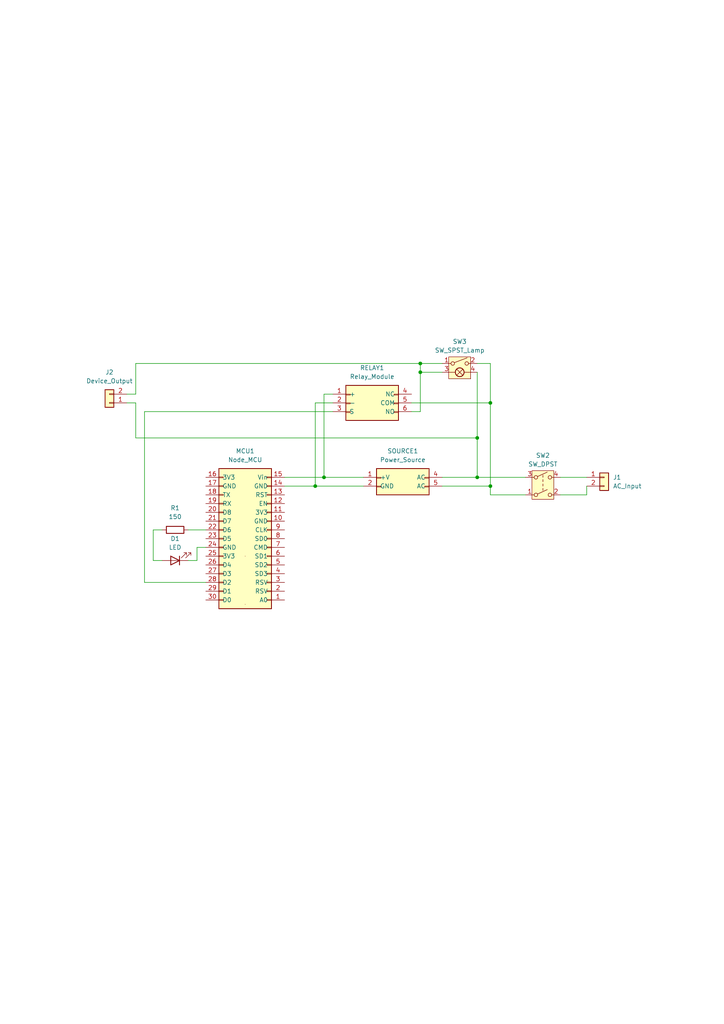
<source format=kicad_sch>
(kicad_sch (version 20230121) (generator eeschema)
  (paper "A4" portrait)
  (title_block (title "Configurable Timed Relay") (date "3/2025") (rev "V1"))
  (lib_symbols
    (symbol "Connector_Generic:Conn_01x02" (pin_names (offset 1.016) hide)
      (property "Reference" "J" (at 0 2.54 0))
      (property "Value" "Conn_01x02" (at 0 -5.08 0))
      (symbol "Conn_01x02_1_1"
        (rectangle (start -1.27 -2.413) (end 0 -2.667) (stroke (width 0.1524)))
        (rectangle (start -1.27 0.127) (end 0 -0.127) (stroke (width 0.1524)))
        (rectangle (start -1.27 1.27) (end 1.27 -3.81) (stroke (width 0.254)) (fill (type background)))
        (pin passive line (at -5.08 0 0) (length 3.81) (name "Pin_1") (number "1"))
        (pin passive line (at -5.08 -2.54 0) (length 3.81) (name "Pin_2") (number "2"))
      )
    )
    (symbol "Custom_Symbols:Node_MCU" (pin_names (offset 1.016))
      (property "Reference" "MCU" (at 0 22.86 0))
      (property "Value" "Node_MCU" (at 0 26.67 0))
      (symbol "Node_MCU_0_1"
        (rectangle (start -7.62 21.59) (end 7.62 -19.05) (stroke (width 0.254)) (fill (type background)))
        (rectangle (start 0 20.32) (end 0 20.32))
      )
      (symbol "Node_MCU_1_1"
        (rectangle (start -7.62 -16.383) (end -6.35 -16.637) (stroke (width 0.1524)))
        (rectangle (start -7.62 -13.843) (end -6.35 -14.097) (stroke (width 0.1524)))
        (rectangle (start -7.62 -11.303) (end -6.35 -11.557) (stroke (width 0.1524)))
        (rectangle (start -7.62 -8.763) (end -6.35 -9.017) (stroke (width 0.1524)))
        (rectangle (start -7.62 -6.223) (end -6.35 -6.477) (stroke (width 0.1524)))
        (rectangle (start -7.62 -3.683) (end -6.35 -3.937) (stroke (width 0.1524)))
        (rectangle (start -7.62 -1.143) (end -6.35 -1.397) (stroke (width 0.1524)))
        (rectangle (start -7.62 1.397) (end -6.35 1.143) (stroke (width 0.1524)))
        (rectangle (start -7.62 3.937) (end -6.35 3.683) (stroke (width 0.1524)))
        (rectangle (start -7.62 6.477) (end -6.35 6.223) (stroke (width 0.1524)))
        (rectangle (start -7.62 9.017) (end -6.35 8.763) (stroke (width 0.1524)))
        (rectangle (start -7.62 11.557) (end -6.35 11.303) (stroke (width 0.1524)))
        (rectangle (start -7.62 14.097) (end -6.35 13.843) (stroke (width 0.1524)))
        (rectangle (start -7.62 16.637) (end -6.35 16.383) (stroke (width 0.1524)))
        (rectangle (start -7.62 19.177) (end -6.35 18.923) (stroke (width 0.1524)))
        (rectangle (start 0 6.35) (end 0 6.35))
        (rectangle (start 7.62 -16.637) (end 6.35 -16.383) (stroke (width 0.1524)))
        (rectangle (start 7.62 -14.097) (end 6.35 -13.843) (stroke (width 0.1524)))
        (rectangle (start 7.62 -11.557) (end 6.35 -11.303) (stroke (width 0.1524)))
        (rectangle (start 7.62 -9.017) (end 6.35 -8.763) (stroke (width 0.1524)))
        (rectangle (start 7.62 -6.477) (end 6.35 -6.223) (stroke (width 0.1524)))
        (rectangle (start 7.62 -3.937) (end 6.35 -3.683) (stroke (width 0.1524)))
        (rectangle (start 7.62 -1.397) (end 6.35 -1.143) (stroke (width 0.1524)))
        (rectangle (start 7.62 1.143) (end 6.35 1.397) (stroke (width 0.1524)))
        (rectangle (start 7.62 3.683) (end 6.35 3.937) (stroke (width 0.1524)))
        (rectangle (start 7.62 6.223) (end 6.35 6.477) (stroke (width 0.1524)))
        (rectangle (start 7.62 8.763) (end 6.35 9.017) (stroke (width 0.1524)))
        (rectangle (start 7.62 11.303) (end 6.35 11.557) (stroke (width 0.1524)))
        (rectangle (start 7.62 13.843) (end 6.35 14.097) (stroke (width 0.1524)))
        (rectangle (start 7.62 16.383) (end 6.35 16.637) (stroke (width 0.1524)))
        (rectangle (start 7.62 18.923) (end 6.35 19.177) (stroke (width 0.1524)))
        (pin passive line (at -11.43 19.05 0) (length 3.81) (name "A0") (number "1"))
        (pin passive line (at -11.43 -3.81 0) (length 3.81) (name "GND") (number "10"))
        (pin passive line (at -11.43 -6.35 0) (length 3.81) (name "3V3") (number "11"))
        (pin passive line (at -11.43 -8.89 0) (length 3.81) (name "EN") (number "12"))
        (pin passive line (at -11.43 -11.43 0) (length 3.81) (name "RST") (number "13"))
        (pin passive line (at -11.43 -13.97 0) (length 3.81) (name "GND") (number "14"))
        (pin passive line (at -11.43 -16.51 0) (length 3.81) (name "Vin") (number "15"))
        (pin passive line (at 11.43 -16.51 180) (length 3.81) (name "3V3") (number "16"))
        (pin passive line (at 11.43 -13.97 180) (length 3.81) (name "GND") (number "17"))
        (pin passive line (at 11.43 -11.43 180) (length 3.81) (name "TX") (number "18"))
        (pin passive line (at 11.43 -8.89 180) (length 3.81) (name "RX") (number "19"))
        (pin passive line (at -11.43 16.51 0) (length 3.81) (name "RSV") (number "2"))
        (pin passive line (at 11.43 -6.35 180) (length 3.81) (name "D8") (number "20"))
        (pin passive line (at 11.43 -3.81 180) (length 3.81) (name "D7") (number "21"))
        (pin passive line (at 11.43 -1.27 180) (length 3.81) (name "D6") (number "22"))
        (pin passive line (at 11.43 1.27 180) (length 3.81) (name "D5") (number "23"))
        (pin passive line (at 11.43 3.81 180) (length 3.81) (name "GND") (number "24"))
        (pin passive line (at 11.43 6.35 180) (length 3.81) (name "3V3") (number "25"))
        (pin passive line (at 11.43 8.89 180) (length 3.81) (name "D4") (number "26"))
        (pin passive line (at 11.43 11.43 180) (length 3.81) (name "D3") (number "27"))
        (pin passive line (at 11.43 13.97 180) (length 3.81) (name "D2") (number "28"))
        (pin passive line (at 11.43 16.51 180) (length 3.81) (name "D1") (number "29"))
        (pin passive line (at -11.43 13.97 0) (length 3.81) (name "RSV") (number "3"))
        (pin passive line (at 11.43 19.05 180) (length 3.81) (name "D0") (number "30"))
        (pin passive line (at -11.43 11.43 0) (length 3.81) (name "SD3") (number "4"))
        (pin passive line (at -11.43 8.89 0) (length 3.81) (name "SD2") (number "5"))
        (pin passive line (at -11.43 6.35 0) (length 3.81) (name "SD1") (number "6"))
        (pin passive line (at -11.43 3.81 0) (length 3.81) (name "CMD") (number "7"))
        (pin passive line (at -11.43 1.27 0) (length 3.81) (name "SD0") (number "8"))
        (pin passive line (at -11.43 -1.27 0) (length 3.81) (name "CLK") (number "9"))
      )
    )
    (symbol "Custom_Symbols:Power_Source" (pin_names (offset 1.016))
      (property "Reference" "SOURCE" (at 0 7.62 0))
      (property "Value" "Power_Source" (at 0 11.43 0))
      (symbol "Power_Source_1_1"
        (rectangle (start -7.62 0) (end -6.35 -0.254) (stroke (width 0.1524)))
        (rectangle (start -7.62 2.54) (end -6.35 2.286) (stroke (width 0.1524)))
        (rectangle (start -7.62 5.08) (end 7.62 -2.54) (stroke (width 0.254)) (fill (type background)))
        (rectangle (start 6.35 0) (end 7.62 -0.254) (stroke (width 0.1524)))
        (rectangle (start 6.35 2.54) (end 7.62 2.286) (stroke (width 0.1524)))
        (pin power_out line (at -11.43 2.54 0) (length 3.81) (name "+V") (number "1"))
        (pin power_out line (at -11.43 0 0) (length 3.81) (name "GND") (number "2"))
        (pin power_in line (at 11.43 2.54 180) (length 3.81) (name "AC") (number "4"))
        (pin power_in line (at 11.43 0 180) (length 3.81) (name "AC") (number "5"))
      )
    )
    (symbol "Custom_Symbols:Relay_Module" (pin_names (offset 1.016))
      (property "Reference" "RELAY" (at 0 11.43 0))
      (property "Value" "Relay_Module" (at 0 15.24 0))
      (symbol "Relay_Module_1_1"
        (rectangle (start -7.62 -2.54) (end -6.35 -2.794) (stroke (width 0.1524)))
        (rectangle (start -7.62 0) (end -6.35 -0.254) (stroke (width 0.1524)))
        (rectangle (start -7.62 2.54) (end -6.35 2.286) (stroke (width 0.1524)))
        (rectangle (start -7.62 5.08) (end 7.62 -5.08) (stroke (width 0.254)) (fill (type background)))
        (rectangle (start 6.35 -2.54) (end 7.62 -2.794) (stroke (width 0.1524)))
        (rectangle (start 6.35 0) (end 7.62 -0.254) (stroke (width 0.1524)))
        (rectangle (start 6.35 2.54) (end 7.62 2.286) (stroke (width 0.1524)))
        (pin power_in line (at -11.43 2.54 0) (length 3.81) (name "+") (number "1"))
        (pin power_in line (at -11.43 0 0) (length 3.81) (name "-") (number "2"))
        (pin input line (at -11.43 -2.54 0) (length 3.81) (name "S") (number "3"))
        (pin output line (at 11.43 2.54 180) (length 3.81) (name "NC") (number "4"))
        (pin output line (at 11.43 0 180) (length 3.81) (name "COM") (number "5"))
        (pin input line (at 11.43 -2.54 180) (length 3.81) (name "NO") (number "6"))
      )
    )
    (symbol "Device:LED" (pin_numbers hide) (pin_names (offset 1.016) hide)
      (property "Reference" "D" (at 0 2.54 0))
      (property "Value" "LED" (at 0 -2.54 0))
      (symbol "LED_0_1"
        (polyline (pts (xy -1.27 -1.27) (xy -1.27 1.27)) (stroke (width 0.254)))
        (polyline (pts (xy -1.27 0) (xy 1.27 0)))
        (polyline (pts (xy 1.27 -1.27) (xy 1.27 1.27) (xy -1.27 0) (xy 1.27 -1.27)) (stroke (width 0.254)))
        (polyline (pts (xy -3.048 -0.762) (xy -4.572 -2.286) (xy -3.81 -2.286) (xy -4.572 -2.286) (xy -4.572 -1.524)))
        (polyline (pts (xy -1.778 -0.762) (xy -3.302 -2.286) (xy -2.54 -2.286) (xy -3.302 -2.286) (xy -3.302 -1.524)))
      )
      (symbol "LED_1_1"
        (pin passive line (at -3.81 0 0) (length 2.54) (name "K") (number "1"))
        (pin passive line (at 3.81 0 180) (length 2.54) (name "A") (number "2"))
      )
    )
    (symbol "Device:R" (pin_numbers hide) (pin_names (offset 0))
      (property "Reference" "R" (at 2.032 0 90))
      (property "Value" "R" (at 0 0 90))
      (symbol "R_0_1"
        (rectangle (start -1.016 -2.54) (end 1.016 2.54) (stroke (width 0.254)))
      )
      (symbol "R_1_1"
        (pin passive line (at 0 3.81 270) (length 1.27) (name "~") (number "1"))
        (pin passive line (at 0 -3.81 90) (length 1.27) (name "~") (number "2"))
      )
    )
    (symbol "Switch:SW_DPST" (pin_names (offset 0) hide)
      (property "Reference" "SW" (at 0 6.35 0))
      (property "Value" "SW_DPST" (at 0 -5.08 0))
      (symbol "SW_DPST_0_0"
        (circle (center -2.032 -2.54) (radius 0.508))
        (circle (center -2.032 2.54) (radius 0.508))
        (polyline (pts (xy -1.524 -2.286) (xy 1.27 -1.016)))
        (polyline (pts (xy -1.524 2.794) (xy 1.27 4.064)))
        (polyline (pts (xy 0 -1.27) (xy 0 -0.635)))
        (polyline (pts (xy 0 0) (xy 0 0.635)))
        (polyline (pts (xy 0 1.27) (xy 0 1.905)))
        (polyline (pts (xy 0 2.54) (xy 0 3.175)))
        (circle (center 2.032 -2.54) (radius 0.508))
        (circle (center 2.032 2.54) (radius 0.508))
      )
      (symbol "SW_DPST_1_1"
        (rectangle (start -3.175 4.445) (end 3.175 -3.81) (fill (type background)))
        (pin passive line (at -5.08 -2.54 0) (length 2.54) (name "1") (number "1"))
        (pin passive line (at 5.08 -2.54 180) (length 2.54) (name "2") (number "2"))
        (pin passive line (at -5.08 2.54 0) (length 2.54) (name "3") (number "3"))
        (pin passive line (at 5.08 2.54 180) (length 2.54) (name "4") (number "4"))
      )
    )
    (symbol "Switch:SW_SPST_Lamp" (pin_names (offset 1.016) hide)
      (property "Reference" "SW" (at 0 6.35 0))
      (property "Value" "SW_SPST_Lamp" (at 0 -3.81 0))
      (symbol "SW_SPST_Lamp_0_1"
        (circle (center -2.032 2.54) (radius 0.508))
        (polyline (pts (xy -2.54 0) (xy -1.27 0)))
        (polyline (pts (xy -1.524 2.794) (xy 2.159 4.191)))
        (polyline (pts (xy -0.889 -0.889) (xy 0.889 0.889)))
        (polyline (pts (xy 0.889 -0.889) (xy -0.889 0.889)))
        (polyline (pts (xy 2.54 0) (xy 1.27 0)))
        (circle (center 0 0) (radius 1.27) (stroke (width 0.254)))
        (circle (center 2.032 2.54) (radius 0.508))
        (pin passive line (at -5.08 2.54 0) (length 2.54) (name "1") (number "1"))
        (pin passive line (at 5.08 2.54 180) (length 2.54) (name "2") (number "2"))
        (pin passive line (at -5.08 0 0) (length 2.54) (name "L") (number "3"))
        (pin passive line (at 5.08 0 180) (length 2.54) (name "L") (number "4"))
      )
      (symbol "SW_SPST_Lamp_1_1"
        (rectangle (start -3.175 4.445) (end 3.175 -1.905) (fill (type background)))
      )
    )
  )
  (junction (at 91.44 140.97))
  (junction (at 121.92 107.95))
  (junction (at 142.24 116.84))
  (junction (at 138.43 127))
  (junction (at 138.43 138.43))
  (junction (at 93.98 138.43))
  (junction (at 121.92 105.41))
  (junction (at 142.24 140.97))
  (wire (pts (xy 96.52 114.3) (xy 93.98 114.3)))
  (wire (pts (xy 39.37 114.3) (xy 36.83 114.3)))
  (wire (pts (xy 93.98 114.3) (xy 93.98 138.43)))
  (wire (pts (xy 39.37 116.84) (xy 36.83 116.84)))
  (wire (pts (xy 44.45 162.56) (xy 46.99 162.56)))
  (wire (pts (xy 138.43 127) (xy 138.43 138.43)))
  (wire (pts (xy 138.43 138.43) (xy 152.4 138.43)))
  (wire (pts (xy 46.99 153.67) (xy 44.45 153.67)))
  (wire (pts (xy 142.24 105.41) (xy 138.43 105.41)))
  (wire (pts (xy 142.24 105.41) (xy 142.24 116.84)))
  (wire (pts (xy 82.55 140.97) (xy 91.44 140.97)))
  (wire (pts (xy 152.4 143.51) (xy 142.24 143.51)))
  (wire (pts (xy 91.44 140.97) (xy 105.41 140.97)))
  (wire (pts (xy 162.56 138.43) (xy 170.18 138.43)))
  (wire (pts (xy 121.92 107.95) (xy 121.92 119.38)))
  (wire (pts (xy 170.18 143.51) (xy 170.18 140.97)))
  (wire (pts (xy 54.61 153.67) (xy 59.69 153.67)))
  (wire (pts (xy 41.91 119.38) (xy 41.91 168.91)))
  (wire (pts (xy 121.92 119.38) (xy 119.38 119.38)))
  (wire (pts (xy 57.15 162.56) (xy 57.15 158.75)))
  (wire (pts (xy 91.44 116.84) (xy 91.44 140.97)))
  (wire (pts (xy 41.91 168.91) (xy 59.69 168.91)))
  (wire (pts (xy 39.37 127) (xy 39.37 116.84)))
  (wire (pts (xy 96.52 119.38) (xy 41.91 119.38)))
  (wire (pts (xy 138.43 107.95) (xy 138.43 127)))
  (wire (pts (xy 121.92 105.41) (xy 121.92 107.95)))
  (wire (pts (xy 39.37 127) (xy 138.43 127)))
  (wire (pts (xy 121.92 105.41) (xy 128.27 105.41)))
  (wire (pts (xy 119.38 116.84) (xy 142.24 116.84)))
  (wire (pts (xy 54.61 162.56) (xy 57.15 162.56)))
  (wire (pts (xy 170.18 143.51) (xy 162.56 143.51)))
  (wire (pts (xy 128.27 138.43) (xy 138.43 138.43)))
  (wire (pts (xy 44.45 153.67) (xy 44.45 162.56)))
  (wire (pts (xy 39.37 105.41) (xy 39.37 114.3)))
  (wire (pts (xy 142.24 140.97) (xy 142.24 143.51)))
  (wire (pts (xy 142.24 116.84) (xy 142.24 140.97)))
  (wire (pts (xy 82.55 138.43) (xy 93.98 138.43)))
  (wire (pts (xy 128.27 140.97) (xy 142.24 140.97)))
  (wire (pts (xy 39.37 105.41) (xy 121.92 105.41)))
  (wire (pts (xy 57.15 158.75) (xy 59.69 158.75)))
  (wire (pts (xy 93.98 138.43) (xy 105.41 138.43)))
  (wire (pts (xy 96.52 116.84) (xy 91.44 116.84)))
  (wire (pts (xy 128.27 107.95) (xy 121.92 107.95)))
  (symbol (lib_id "Connector_Generic:Conn_01x02") (at 175.26 138.43 0) (unit 1)
    (property "Reference" "J1" (at 177.8 138.43 0) (effects (justify left)))
    (property "Value" "AC_Input" (at 177.8 140.97 0) (effects (justify left)))
  )
  (symbol (lib_id "Custom_Symbols:Relay_Module") (at 107.95 116.84 0) (unit 1)
    (property "Reference" "RELAY1" (at 107.95 106.68 0))
    (property "Value" "Relay_Module" (at 107.95 109.22 0))
  )
  (symbol (lib_id "Custom_Symbols:Node_MCU") (at 71.12 154.94 180) (unit 1)
    (property "Reference" "MCU1" (at 71.12 130.81 0))
    (property "Value" "Node_MCU" (at 71.12 133.35 0))
    (property "Footprint" "Custom_Footprints:Node_MCU" (effects hide))
  )
  (symbol (lib_id "Custom_Symbols:Power_Source") (at 116.84 140.97 0) (unit 1)
    (property "Reference" "SOURCE1" (at 116.84 130.81 0))
    (property "Value" "Power_Source" (at 116.84 133.35 0))
  )
  (symbol (lib_id "Device:LED") (at 50.8 162.56 180) (unit 1)
    (property "Reference" "D1" (at 50.8 156.21 0))
    (property "Value" "LED" (at 50.8 158.75 0))
  )
  (symbol (lib_id "Switch:SW_DPST") (at 157.48 140.97 0) (unit 1)
    (property "Reference" "SW2" (at 157.48 132.08 0))
    (property "Value" "SW_DPST" (at 157.48 134.62 0))
  )
  (symbol (lib_id "Device:R") (at 50.8 153.67 270) (unit 1)
    (property "Reference" "R1" (at 50.8 147.32 90))
    (property "Value" "150" (at 50.8 149.86 90))
  )
  (symbol (lib_id "Switch:SW_SPST_Lamp") (at 133.35 107.95 0) (unit 1)
    (property "Reference" "SW3" (at 133.35 99.06 0))
    (property "Value" "SW_SPST_Lamp" (at 133.35 101.6 0))
  )
  (symbol (lib_id "Connector_Generic:Conn_01x02") (at 31.75 116.84 180) (unit 1)
    (property "Reference" "J2" (at 31.75 107.95 0))
    (property "Value" "Device_Output" (at 31.75 110.49 0))
  )
)
</source>
